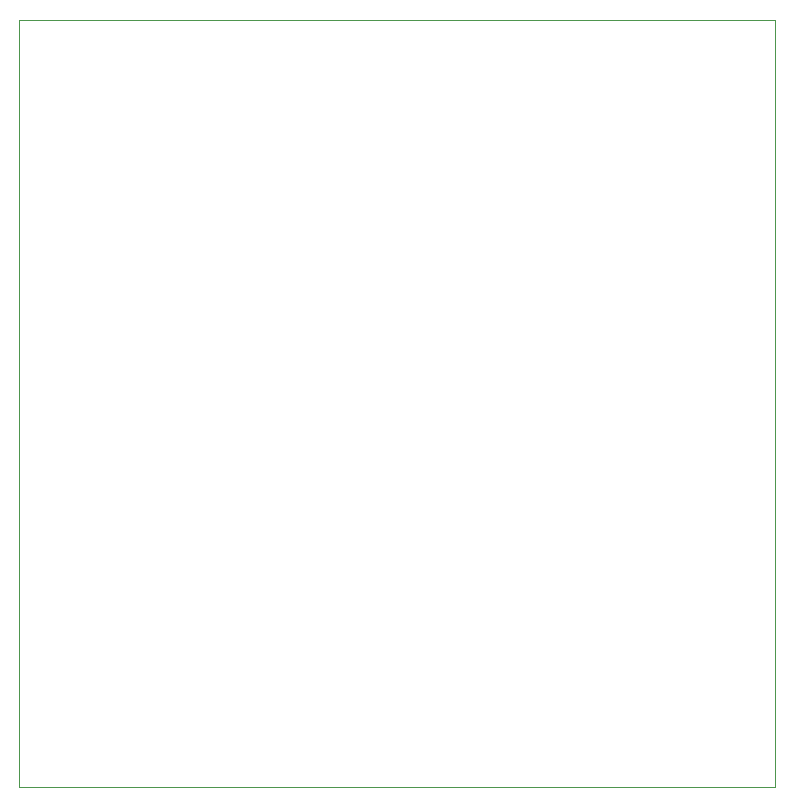
<source format=gbr>
G04 #@! TF.GenerationSoftware,KiCad,Pcbnew,(5.1.2-1)-1*
G04 #@! TF.CreationDate,2021-11-09T11:57:47-05:00*
G04 #@! TF.ProjectId,lil_duder,6c696c5f-6475-4646-9572-2e6b69636164,rev?*
G04 #@! TF.SameCoordinates,Original*
G04 #@! TF.FileFunction,Profile,NP*
%FSLAX46Y46*%
G04 Gerber Fmt 4.6, Leading zero omitted, Abs format (unit mm)*
G04 Created by KiCad (PCBNEW (5.1.2-1)-1) date 2021-11-09 11:57:47*
%MOMM*%
%LPD*%
G04 APERTURE LIST*
%ADD10C,0.050000*%
G04 APERTURE END LIST*
D10*
X77000000Y-13000000D02*
X13000000Y-13000000D01*
X77000000Y-78000000D02*
X77000000Y-13000000D01*
X13000000Y-78000000D02*
X77000000Y-78000000D01*
X13000000Y-13000000D02*
X13000000Y-78000000D01*
M02*

</source>
